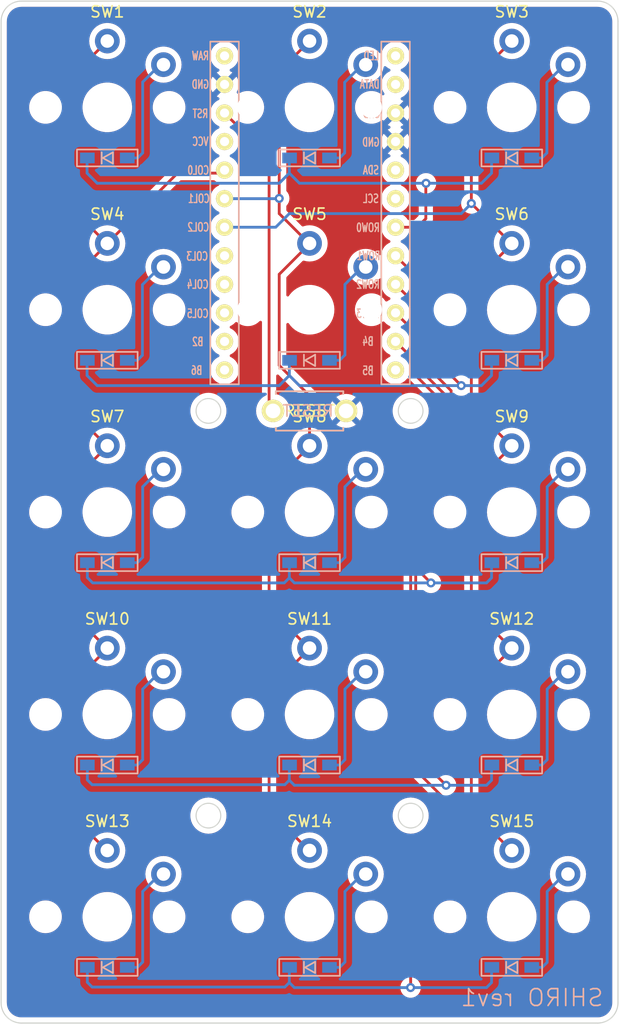
<source format=kicad_pcb>
(kicad_pcb (version 20211014) (generator pcbnew)
  (layers (0 "F.Cu" signal) (31 "B.Cu" signal) (34 "B.Paste" user) (35 "F.Paste" user) (36 "B.SilkS" user "B.Silkscreen") (37 "F.SilkS" user "F.Silkscreen") (38 "B.Mask" user) (39 "F.Mask" user) (44 "Edge.Cuts" user))
  (net 0 "")
  (net 1 "Net-(D1-Pad2)")
  (net 2 "row0")
  (net 3 "Net-(D2-Pad2)")
  (net 4 "Net-(D3-Pad2)")
  (net 5 "Net-(D4-Pad2)")
  (net 6 "Net-(D5-Pad2)")
  (net 7 "Net-(D6-Pad2)")
  (net 8 "row1")
  (net 9 "Net-(D7-Pad2)")
  (net 10 "Net-(D8-Pad2)")
  (net 11 "Net-(D9-Pad2)")
  (net 12 "Net-(D10-Pad2)")
  (net 13 "Net-(D11-Pad2)")
  (net 14 "Net-(D12-Pad2)")
  (net 15 "row2")
  (net 16 "Net-(D13-Pad2)")
  (net 17 "Net-(D14-Pad2)")
  (net 18 "Net-(D15-Pad2)")
  (net 19 "GND")
  (net 20 "col0")
  (net 21 "col1")
  (net 22 "col2")
  (net 23 "Reset")
  (net 24 "row3")
  (net 25 "row4")
  (footprint "kbd:D3_SMD_1side" (layer "F.Cu") (at 103.5 49.5)
    (fp_text reference "D1" hide)
    (fp_text value "D" hide)
    (pad "1" smd rect locked (at -1.775 0) (size 1.3 0.95) (layers "B.Cu" "B.Paste" "B.Mask") (net 2 "row0"))
    (pad "2" smd rect locked (at 1.775 0) (size 1.3 0.95) (layers "B.Cu" "B.Paste" "B.Mask") (net 1 "Net-(D1-Pad2)"))
  )
  (footprint "kbd:D3_SMD_1side" (layer "F.Cu") (at 121.5 49.5)
    (fp_text reference "D2" hide)
    (fp_text value "D" hide)
    (pad "1" smd rect locked (at -1.775 0) (size 1.3 0.95) (layers "B.Cu" "B.Paste" "B.Mask") (net 2 "row0"))
    (pad "2" smd rect locked (at 1.775 0) (size 1.3 0.95) (layers "B.Cu" "B.Paste" "B.Mask") (net 3 "Net-(D2-Pad2)"))
  )
  (footprint "kbd:D3_SMD_1side" (layer "F.Cu") (at 139.5 49.5)
    (fp_text reference "D3" hide)
    (fp_text value "D" hide)
    (pad "1" smd rect locked (at -1.775 0) (size 1.3 0.95) (layers "B.Cu" "B.Paste" "B.Mask") (net 2 "row0"))
    (pad "2" smd rect locked (at 1.775 0) (size 1.3 0.95) (layers "B.Cu" "B.Paste" "B.Mask") (net 4 "Net-(D3-Pad2)"))
  )
  (footprint "kbd:D3_SMD_1side" (layer "F.Cu") (at 103.5 103.5)
    (fp_text reference "D10" hide)
    (fp_text value "D" hide)
    (pad "1" smd rect locked (at -1.775 0) (size 1.3 0.95) (layers "B.Cu" "B.Paste" "B.Mask") (net 24 "row3"))
    (pad "2" smd rect locked (at 1.775 0) (size 1.3 0.95) (layers "B.Cu" "B.Paste" "B.Mask") (net 12 "Net-(D10-Pad2)"))
  )
  (footprint "kbd:D3_SMD_1side" (layer "F.Cu") (at 121.5 103.5)
    (fp_text reference "D11" hide)
    (fp_text value "D" hide)
    (pad "1" smd rect locked (at -1.775 0) (size 1.3 0.95) (layers "B.Cu" "B.Paste" "B.Mask") (net 24 "row3"))
    (pad "2" smd rect locked (at 1.775 0) (size 1.3 0.95) (layers "B.Cu" "B.Paste" "B.Mask") (net 13 "Net-(D11-Pad2)"))
  )
  (footprint "kbd:D3_SMD_1side" (layer "F.Cu") (at 103.5 67.5)
    (fp_text reference "D4" hide)
    (fp_text value "D" hide)
    (pad "1" smd rect locked (at -1.775 0) (size 1.3 0.95) (layers "B.Cu" "B.Paste" "B.Mask") (net 8 "row1"))
    (pad "2" smd rect locked (at 1.775 0) (size 1.3 0.95) (layers "B.Cu" "B.Paste" "B.Mask") (net 5 "Net-(D4-Pad2)"))
  )
  (footprint "kbd:D3_SMD_1side" (layer "F.Cu") (at 121.5 67.5)
    (fp_text reference "D5" hide)
    (fp_text value "D" hide)
    (pad "1" smd rect locked (at -1.775 0) (size 1.3 0.95) (layers "B.Cu" "B.Paste" "B.Mask") (net 8 "row1"))
    (pad "2" smd rect locked (at 1.775 0) (size 1.3 0.95) (layers "B.Cu" "B.Paste" "B.Mask") (net 6 "Net-(D5-Pad2)"))
  )
  (footprint "kbd:D3_SMD_1side" (layer "F.Cu") (at 139.5 67.5)
    (fp_text reference "D6" hide)
    (fp_text value "D" hide)
    (pad "1" smd rect locked (at -1.775 0) (size 1.3 0.95) (layers "B.Cu" "B.Paste" "B.Mask") (net 8 "row1"))
    (pad "2" smd rect locked (at 1.775 0) (size 1.3 0.95) (layers "B.Cu" "B.Paste" "B.Mask") (net 7 "Net-(D6-Pad2)"))
  )
  (footprint "kbd:D3_SMD_1side" (layer "F.Cu") (at 139.5 103.5)
    (fp_text reference "D12" hide)
    (fp_text value "D" hide)
    (pad "1" smd rect locked (at -1.775 0) (size 1.3 0.95) (layers "B.Cu" "B.Paste" "B.Mask") (net 24 "row3"))
    (pad "2" smd rect locked (at 1.775 0) (size 1.3 0.95) (layers "B.Cu" "B.Paste" "B.Mask") (net 14 "Net-(D12-Pad2)"))
  )
  (footprint "kbd:D3_SMD_1side" (layer "F.Cu") (at 103.5 121.5)
    (fp_text reference "D13" hide)
    (fp_text value "D" hide)
    (pad "1" smd rect locked (at -1.775 0) (size 1.3 0.95) (layers "B.Cu" "B.Paste" "B.Mask") (net 25 "row4"))
    (pad "2" smd rect locked (at 1.775 0) (size 1.3 0.95) (layers "B.Cu" "B.Paste" "B.Mask") (net 16 "Net-(D13-Pad2)"))
  )
  (footprint "kbd:D3_SMD_1side" (layer "F.Cu") (at 103.5 85.5)
    (fp_text reference "D7" hide)
    (fp_text value "D" hide)
    (pad "1" smd rect locked (at -1.775 0) (size 1.3 0.95) (layers "B.Cu" "B.Paste" "B.Mask") (net 15 "row2"))
    (pad "2" smd rect locked (at 1.775 0) (size 1.3 0.95) (layers "B.Cu" "B.Paste" "B.Mask") (net 9 "Net-(D7-Pad2)"))
  )
  (footprint "kbd:D3_SMD_1side" (layer "F.Cu") (at 121.5 85.5)
    (fp_text reference "D8" hide)
    (fp_text value "D" hide)
    (pad "1" smd rect locked (at -1.775 0) (size 1.3 0.95) (layers "B.Cu" "B.Paste" "B.Mask") (net 15 "row2"))
    (pad "2" smd rect locked (at 1.775 0) (size 1.3 0.95) (layers "B.Cu" "B.Paste" "B.Mask") (net 10 "Net-(D8-Pad2)"))
  )
  (footprint "kbd:D3_SMD_1side" (layer "F.Cu") (at 139.5 85.5)
    (fp_text reference "D9" hide)
    (fp_text value "D" hide)
    (pad "1" smd rect locked (at -1.775 0) (size 1.3 0.95) (layers "B.Cu" "B.Paste" "B.Mask") (net 15 "row2"))
    (pad "2" smd rect locked (at 1.775 0) (size 1.3 0.95) (layers "B.Cu" "B.Paste" "B.Mask") (net 11 "Net-(D9-Pad2)"))
  )
  (footprint "kbd:D3_SMD_1side" (layer "F.Cu") (at 121.5 121.5)
    (fp_text reference "D14" hide)
    (fp_text value "D" hide)
    (pad "1" smd rect locked (at -1.775 0) (size 1.3 0.95) (layers "B.Cu" "B.Paste" "B.Mask") (net 25 "row4"))
    (pad "2" smd rect locked (at 1.775 0) (size 1.3 0.95) (layers "B.Cu" "B.Paste" "B.Mask") (net 17 "Net-(D14-Pad2)"))
  )
  (footprint "kbd:D3_SMD_1side" (layer "F.Cu") (at 139.5 121.5)
    (fp_text reference "D15" hide)
    (fp_text value "D" hide)
    (pad "1" smd rect locked (at -1.775 0) (size 1.3 0.95) (layers "B.Cu" "B.Paste" "B.Mask") (net 25 "row4"))
    (pad "2" smd rect locked (at 1.775 0) (size 1.3 0.95) (layers "B.Cu" "B.Paste" "B.Mask") (net 18 "Net-(D15-Pad2)"))
  )
  (footprint "SMKJP:SW_kailh_pg1350_1u" (layer "F.Cu") (at 103.5 45)
    (fp_text reference "SW1" (at 0 -8.5) (layer "F.SilkS"))
    (fp_text value "SW_PUSH")
    (pad "" np_thru_hole circle locked (at 5.5 0) (size 1.9 1.9) (drill 1.9) (layers *.Cu *.Mask))
    (pad "" np_thru_hole circle locked (at -5.5 0) (size 1.9 1.9) (drill 1.9) (layers *.Cu *.Mask))
    (pad "" np_thru_hole circle locked (at 0 0) (size 3.4 3.4) (drill 3.4) (layers *.Cu *.Mask))
    (pad "1" thru_hole circle locked (at 0 -5.9) (size 2.2 2.2) (drill 1.2) (layers *.Cu *.Mask) (net 20 "col0"))
    (pad "2" thru_hole circle locked (at 5 -3.8) (size 2.2 2.2) (drill 1.2) (layers *.Cu *.Mask) (net 1 "Net-(D1-Pad2)"))
  )
  (footprint "SMKJP:SW_kailh_pg1350_1u" (layer "F.Cu") (at 121.5 45)
    (fp_text reference "SW2" (at 0 -8.5) (layer "F.SilkS"))
    (fp_text value "SW_PUSH")
    (pad "" np_thru_hole circle locked (at 5.5 0) (size 1.9 1.9) (drill 1.9) (layers *.Cu *.Mask))
    (pad "" np_thru_hole circle locked (at -5.5 0) (size 1.9 1.9) (drill 1.9) (layers *.Cu *.Mask))
    (pad "" np_thru_hole circle locked (at 0 0) (size 3.4 3.4) (drill 3.4) (layers *.Cu *.Mask))
    (pad "1" thru_hole circle locked (at 0 -5.9) (size 2.2 2.2) (drill 1.2) (layers *.Cu *.Mask) (net 21 "col1"))
    (pad "2" thru_hole circle locked (at 5 -3.8) (size 2.2 2.2) (drill 1.2) (layers *.Cu *.Mask) (net 3 "Net-(D2-Pad2)"))
  )
  (footprint "SMKJP:SW_kailh_pg1350_1u" (layer "F.Cu") (at 139.5 45)
    (fp_text reference "SW3" (at 0 -8.5) (layer "F.SilkS"))
    (fp_text value "SW_PUSH")
    (pad "" np_thru_hole circle locked (at 5.5 0) (size 1.9 1.9) (drill 1.9) (layers *.Cu *.Mask))
    (pad "" np_thru_hole circle locked (at 0 0) (size 3.4 3.4) (drill 3.4) (layers *.Cu *.Mask))
    (pad "" np_thru_hole circle locked (at -5.5 0) (size 1.9 1.9) (drill 1.9) (layers *.Cu *.Mask))
    (pad "1" thru_hole circle locked (at 0 -5.9) (size 2.2 2.2) (drill 1.2) (layers *.Cu *.Mask) (net 22 "col2"))
    (pad "2" thru_hole circle locked (at 5 -3.8) (size 2.2 2.2) (drill 1.2) (layers *.Cu *.Mask) (net 4 "Net-(D3-Pad2)"))
  )
  (footprint "SMKJP:SW_kailh_pg1350_1u" (layer "F.Cu") (at 103.5 99)
    (fp_text reference "SW10" (at 0 -8.5) (layer "F.SilkS"))
    (fp_text value "SW_PUSH")
    (pad "" np_thru_hole circle locked (at 5.5 0) (size 1.9 1.9) (drill 1.9) (layers *.Cu *.Mask))
    (pad "" np_thru_hole circle locked (at -5.5 0) (size 1.9 1.9) (drill 1.9) (layers *.Cu *.Mask))
    (pad "" np_thru_hole circle locked (at 0 0) (size 3.4 3.4) (drill 3.4) (layers *.Cu *.Mask))
    (pad "1" thru_hole circle locked (at 0 -5.9) (size 2.2 2.2) (drill 1.2) (layers *.Cu *.Mask) (net 20 "col0"))
    (pad "2" thru_hole circle locked (at 5 -3.8) (size 2.2 2.2) (drill 1.2) (layers *.Cu *.Mask) (net 12 "Net-(D10-Pad2)"))
  )
  (footprint "SMKJP:SW_kailh_pg1350_1u" (layer "F.Cu") (at 121.5 99)
    (fp_text reference "SW11" (at 0 -8.5) (layer "F.SilkS"))
    (fp_text value "SW_PUSH")
    (pad "" np_thru_hole circle locked (at 0 0) (size 3.4 3.4) (drill 3.4) (layers *.Cu *.Mask))
    (pad "" np_thru_hole circle locked (at -5.5 0) (size 1.9 1.9) (drill 1.9) (layers *.Cu *.Mask))
    (pad "" np_thru_hole circle locked (at 5.5 0) (size 1.9 1.9) (drill 1.9) (layers *.Cu *.Mask))
    (pad "1" thru_hole circle locked (at 0 -5.9) (size 2.2 2.2) (drill 1.2) (layers *.Cu *.Mask) (net 21 "col1"))
    (pad "2" thru_hole circle locked (at 5 -3.8) (size 2.2 2.2) (drill 1.2) (layers *.Cu *.Mask) (net 13 "Net-(D11-Pad2)"))
  )
  (footprint "SMKJP:SW_kailh_pg1350_1u" (layer "F.Cu") (at 103.5 63)
    (fp_text reference "SW4" (at 0 -8.5) (layer "F.SilkS"))
    (fp_text value "SW_PUSH")
    (pad "" np_thru_hole circle locked (at -5.5 0) (size 1.9 1.9) (drill 1.9) (layers *.Cu *.Mask))
    (pad "" np_thru_hole circle locked (at 0 0) (size 3.4 3.4) (drill 3.4) (layers *.Cu *.Mask))
    (pad "" np_thru_hole circle locked (at 5.5 0) (size 1.9 1.9) (drill 1.9) (layers *.Cu *.Mask))
    (pad "1" thru_hole circle locked (at 0 -5.9) (size 2.2 2.2) (drill 1.2) (layers *.Cu *.Mask) (net 20 "col0"))
    (pad "2" thru_hole circle locked (at 5 -3.8) (size 2.2 2.2) (drill 1.2) (layers *.Cu *.Mask) (net 5 "Net-(D4-Pad2)"))
  )
  (footprint "SMKJP:SW_kailh_pg1350_1u" (layer "F.Cu") (at 121.5 63)
    (fp_text reference "SW5" (at 0 -8.5) (layer "F.SilkS"))
    (fp_text value "SW_PUSH")
    (pad "" np_thru_hole circle locked (at 0 0) (size 3.4 3.4) (drill 3.4) (layers *.Cu *.Mask))
    (pad "" np_thru_hole circle locked (at 5.5 0) (size 1.9 1.9) (drill 1.9) (layers *.Cu *.Mask))
    (pad "" np_thru_hole circle locked (at -5.5 0) (size 1.9 1.9) (drill 1.9) (layers *.Cu *.Mask))
    (pad "1" thru_hole circle locked (at 0 -5.9) (size 2.2 2.2) (drill 1.2) (layers *.Cu *.Mask) (net 21 "col1"))
    (pad "2" thru_hole circle locked (at 5 -3.8) (size 2.2 2.2) (drill 1.2) (layers *.Cu *.Mask) (net 6 "Net-(D5-Pad2)"))
  )
  (footprint "SMKJP:SW_kailh_pg1350_1u" (layer "F.Cu") (at 139.5 63)
    (fp_text reference "SW6" (at 0 -8.5) (layer "F.SilkS"))
    (fp_text value "SW_PUSH")
    (pad "" np_thru_hole circle locked (at -5.5 0) (size 1.9 1.9) (drill 1.9) (layers *.Cu *.Mask))
    (pad "" np_thru_hole circle locked (at 5.5 0) (size 1.9 1.9) (drill 1.9) (layers *.Cu *.Mask))
    (pad "" np_thru_hole circle locked (at 0 0) (size 3.4 3.4) (drill 3.4) (layers *.Cu *.Mask))
    (pad "1" thru_hole circle locked (at 0 -5.9) (size 2.2 2.2) (drill 1.2) (layers *.Cu *.Mask) (net 22 "col2"))
    (pad "2" thru_hole circle locked (at 5 -3.8) (size 2.2 2.2) (drill 1.2) (layers *.Cu *.Mask) (net 7 "Net-(D6-Pad2)"))
  )
  (footprint "SMKJP:SW_kailh_pg1350_1u" (layer "F.Cu") (at 139.5 99)
    (fp_text reference "SW12" (at 0 -8.5) (layer "F.SilkS"))
    (fp_text value "SW_PUSH")
    (pad "" np_thru_hole circle locked (at -5.5 0) (size 1.9 1.9) (drill 1.9) (layers *.Cu *.Mask))
    (pad "" np_thru_hole circle locked (at 5.5 0) (size 1.9 1.9) (drill 1.9) (layers *.Cu *.Mask))
    (pad "" np_thru_hole circle locked (at 0 0) (size 3.4 3.4) (drill 3.4) (layers *.Cu *.Mask))
    (pad "1" thru_hole circle locked (at 0 -5.9) (size 2.2 2.2) (drill 1.2) (layers *.Cu *.Mask) (net 22 "col2"))
    (pad "2" thru_hole circle locked (at 5 -3.8) (size 2.2 2.2) (drill 1.2) (layers *.Cu *.Mask) (net 14 "Net-(D12-Pad2)"))
  )
  (footprint "SMKJP:SW_kailh_pg1350_1u" (layer "F.Cu") (at 103.5 117)
    (fp_text reference "SW13" (at 0 -8.5) (layer "F.SilkS"))
    (fp_text value "SW_PUSH")
    (pad "" np_thru_hole circle locked (at 5.5 0) (size 1.9 1.9) (drill 1.9) (layers *.Cu *.Mask))
    (pad "" np_thru_hole circle locked (at -5.5 0) (size 1.9 1.9) (drill 1.9) (layers *.Cu *.Mask))
    (pad "" np_thru_hole circle locked (at 0 0) (size 3.4 3.4) (drill 3.4) (layers *.Cu *.Mask))
    (pad "1" thru_hole circle locked (at 0 -5.9) (size 2.2 2.2) (drill 1.2) (layers *.Cu *.Mask) (net 20 "col0"))
    (pad "2" thru_hole circle locked (at 5 -3.8) (size 2.2 2.2) (drill 1.2) (layers *.Cu *.Mask) (net 16 "Net-(D13-Pad2)"))
  )
  (footprint "SMKJP:SW_kailh_pg1350_1u" (layer "F.Cu") (at 103.5 81)
    (fp_text reference "SW7" (at 0 -8.5) (layer "F.SilkS"))
    (fp_text value "SW_PUSH")
    (pad "" np_thru_hole circle locked (at 5.5 0) (size 1.9 1.9) (drill 1.9) (layers *.Cu *.Mask))
    (pad "" np_thru_hole circle locked (at -5.5 0) (size 1.9 1.9) (drill 1.9) (layers *.Cu *.Mask))
    (pad "" np_thru_hole circle locked (at 0 0) (size 3.4 3.4) (drill 3.4) (layers *.Cu *.Mask))
    (pad "1" thru_hole circle locked (at 0 -5.9) (size 2.2 2.2) (drill 1.2) (layers *.Cu *.Mask) (net 20 "col0"))
    (pad "2" thru_hole circle locked (at 5 -3.8) (size 2.2 2.2) (drill 1.2) (layers *.Cu *.Mask) (net 9 "Net-(D7-Pad2)"))
  )
  (footprint "SMKJP:SW_kailh_pg1350_1u" (layer "F.Cu") (at 121.5 81)
    (fp_text reference "SW8" (at 0 -8.5) (layer "F.SilkS"))
    (fp_text value "SW_PUSH")
    (pad "" np_thru_hole circle locked (at -5.5 0) (size 1.9 1.9) (drill 1.9) (layers *.Cu *.Mask))
    (pad "" np_thru_hole circle locked (at 5.5 0) (size 1.9 1.9) (drill 1.9) (layers *.Cu *.Mask))
    (pad "" np_thru_hole circle locked (at 0 0) (size 3.4 3.4) (drill 3.4) (layers *.Cu *.Mask))
    (pad "1" thru_hole circle locked (at 0 -5.9) (size 2.2 2.2) (drill 1.2) (layers *.Cu *.Mask) (net 21 "col1"))
    (pad "2" thru_hole circle locked (at 5 -3.8) (size 2.2 2.2) (drill 1.2) (layers *.Cu *.Mask) (net 10 "Net-(D8-Pad2)"))
  )
  (footprint "SMKJP:SW_kailh_pg1350_1u" (layer "F.Cu") (at 139.5 81)
    (fp_text reference "SW9" (at 0 -8.5) (layer "F.SilkS"))
    (fp_text value "SW_PUSH")
    (pad "" np_thru_hole circle locked (at -5.5 0) (size 1.9 1.9) (drill 1.9) (layers *.Cu *.Mask))
    (pad "" np_thru_hole circle locked (at 5.5 0) (size 1.9 1.9) (drill 1.9) (layers *.Cu *.Mask))
    (pad "" np_thru_hole circle locked (at 0 0) (size 3.4 3.4) (drill 3.4) (layers *.Cu *.Mask))
    (pad "1" thru_hole circle locked (at 0 -5.9) (size 2.2 2.2) (drill 1.2) (layers *.Cu *.Mask) (net 22 "col2"))
    (pad "2" thru_hole circle locked (at 5 -3.8) (size 2.2 2.2) (drill 1.2) (layers *.Cu *.Mask) (net 11 "Net-(D9-Pad2)"))
  )
  (footprint "SMKJP:SW_kailh_pg1350_1u" (layer "F.Cu") (at 121.5 117)
    (fp_text reference "SW14" (at 0 -8.5) (layer "F.SilkS"))
    (fp_text value "SW_PUSH")
    (pad "" np_thru_hole circle locked (at -5.5 0) (size 1.9 1.9) (drill 1.9) (layers *.Cu *.Mask))
    (pad "" np_thru_hole circle locked (at 0 0) (size 3.4 3.4) (drill 3.4) (layers *.Cu *.Mask))
    (pad "" np_thru_hole circle locked (at 5.5 0) (size 1.9 1.9) (drill 1.9) (layers *.Cu *.Mask))
    (pad "1" thru_hole circle locked (at 0 -5.9) (size 2.2 2.2) (drill 1.2) (layers *.Cu *.Mask) (net 21 "col1"))
    (pad "2" thru_hole circle locked (at 5 -3.8) (size 2.2 2.2) (drill 1.2) (layers *.Cu *.Mask) (net 17 "Net-(D14-Pad2)"))
  )
  (footprint "SMKJP:SW_kailh_pg1350_1u" (layer "F.Cu") (at 139.5 117)
    (fp_text reference "SW15" (at 0 -8.5) (layer "F.SilkS"))
    (fp_text value "SW_PUSH")
    (pad "" np_thru_hole circle locked (at 5.5 0) (size 1.9 1.9) (drill 1.9) (layers *.Cu *.Mask))
    (pad "" np_thru_hole circle locked (at -5.5 0) (size 1.9 1.9) (drill 1.9) (layers *.Cu *.Mask))
    (pad "" np_thru_hole circle locked (at 0 0) (size 3.4 3.4) (drill 3.4) (layers *.Cu *.Mask))
    (pad "1" thru_hole circle locked (at 0 -5.9) (size 2.2 2.2) (drill 1.2) (layers *.Cu *.Mask) (net 22 "col2"))
    (pad "2" thru_hole circle locked (at 5 -3.8) (size 2.2 2.2) (drill 1.2) (layers *.Cu *.Mask) (net 18 "Net-(D15-Pad2)"))
  )
  (footprint "kbd:ResetSW" (layer "F.Cu") (at 121.5 72 180)
    (fp_text reference "SW_RST1" hide)
    (fp_text value "SW_PUSH")
    (fp_text user "RESET" (at 0.127 0 180) (layer "B.SilkS") (effects (justify mirror)))
    (fp_text user "RESET" (at 0 0 180) (layer "F.SilkS"))
    (pad "1" thru_hole circle locked (at 3.25 0 180) (size 2 2) (drill 1.3) (layers *.Cu *.Mask "F.SilkS") (net 23 "Reset"))
    (pad "2" thru_hole circle locked (at -3.25 0 180) (size 2 2) (drill 1.3) (layers *.Cu *.Mask "F.SilkS") (net 19 "GND"))
  )
  (footprint "kbd:ProMicro_v2_1side_Rev" (layer "F.Cu") (at 121.5 54.9)
    (fp_text reference "U1" hide)
    (fp_text value "ProMicro" hide)
    (fp_text user "B5" (at 5.2 13.5255) (layer "B.SilkS") (effects (font (size 0.75 0.5) (thickness 0.125)) (justify mirror)))
    (fp_text user "ROW1" (at 5.25 3.302) (layer "B.SilkS") (effects (font (size 0.75 0.5) (thickness 0.125)) (justify mirror)))
    (fp_text user "ROW2" (at 5.2 5.85) (layer "B.SilkS") (effects (font (size 0.75 0.5) (thickness 0.125)) (justify mirror)))
    (fp_text user "ROW0" (at 5.2 0.8) (layer "B.SilkS") (effects (font (size 0.75 0.5) (thickness 0.125)) (justify mirror)))
    (fp_text user "DATA" (at 5.35 -11.95) (layer "B.SilkS") (effects (font (size 0.75 0.5) (thickness 0.125)) (justify mirror)))
    (fp_text user "COL3" (at -10 3.35) (layer "B.SilkS") (effects (font (size 0.75 0.5) (thickness 0.125)) (justify mirror)))
    (fp_text user "RST" (at -9.7155 -9.3345) (layer "B.SilkS") (effects (font (size 0.75 0.5) (thickness 0.125)) (justify mirror)))
    (fp_text user "" (at -1.2065 -16.256) (layer "B.SilkS") (effects (justify mirror)))
    (fp_text user "GND" (at 5.461 -6.7945) (layer "B.SilkS") (effects (font (size 0.75 0.5) (thickness 0.125)) (justify mirror)))
    (fp_text user "SCL" (at 5.461 -1.778) (layer "B.SilkS") (effects (font (size 0.75 0.5) (thickness 0.125)) (justify mirror)))
    (fp_text user "B6" (at -10.05 13.5) (layer "B.SilkS") (effects (font (size 0.75 0.5) (thickness 0.125)) (justify mirror)))
    (fp_text user "COL1" (at -9.85 -1.778) (layer "B.SilkS") (effects (font (size 0.75 0.5) (thickness 0.125)) (justify mirror)))
    (fp_text user "COL2" (at -9.9 0.762) (layer "B.SilkS") (effects (font (size 0.75 0.5) (thickness 0.125)) (justify mirror)))
    (fp_text user "RAW" (at -9.7155 -14.478) (layer "B.SilkS") (effects (font (size 0.75 0.5) (thickness 0.125)) (justify mirror)))
    (fp_text user "COL5" (at -9.95 8.4455) (layer "B.SilkS") (effects (font (size 0.75 0.5) (thickness 0.125)) (justify mirror)))
    (fp_text user "GND" (at 5.5245 -9.3345) (layer "B.SilkS") (effects (font (size 0.75 0.5) (thickness 0.125)) (justify mirror)))
    (fp_text user "ROW3" (at 5.2 8.4455) (layer "B.SilkS") (effects (font (size 0.75 0.5) (thickness 0.125)) (justify mirror)))
    (fp_text user "B2" (at -9.95 10.95) (layer "B.SilkS") (effects (font (size 0.75 0.5) (thickness 0.125)) (justify mirror)))
    (fp_text user "LED" (at 5.5 -14.478) (layer "B.SilkS") (effects (font (size 0.75 0.5) (thickness 0.125)) (justify mirror)))
    (fp_text user "COL0" (at -9.9 -4.3) (layer "B.SilkS") (effects (font (size 0.75 0.5) (thickness 0.125)) (justify mirror)))
    (fp_text user "GND" (at -9.7155 -11.938) (layer "B.SilkS") (effects (font (size 0.75 0.5) (thickness 0.125)) (justify mirror)))
    (fp_text user "SDA" (at 5.461 -4.318) (layer "B.SilkS") (effects (font (size 0.75 0.5) (thickness 0.125)) (justify mirror)))
    (fp_text user "VCC" (at -9.7155 -6.858) (layer "B.SilkS") (effects (font (size 0.75 0.5) (thickness 0.125)) (justify mirror)))
    (fp_text user "B4" (at 5.2 10.922) (layer "B.SilkS") (effects (font (size 0.75 0.5) (thickness 0.125)) (justify mirror)))
    (fp_text user "COL4" (at -9.95 5.85) (layer "B.SilkS") (effects (font (size 0.75 0.5) (thickness 0.125)) (justify mirror)))
    (fp_text user "" (at -0.5 -17.25) (layer "F.SilkS"))
    (pad "1" thru_hole circle locked (at 7.6564 -14.478) (size 1.524 1.524) (drill 0.8128) (layers *.Cu *.Mask "F.SilkS"))
    (pad "2" thru_hole circle locked (at 7.6564 -11.938) (size 1.524 1.524) (drill 0.8128) (layers *.Cu *.Mask "F.SilkS"))
    (pad "3" thru_hole circle locked (at 7.6564 -9.398) (size 1.524 1.524) (drill 0.8128) (layers *.Cu *.Mask "F.SilkS") (net 19 "GND"))
    (pad "4" thru_hole circle locked (at 7.6564 -6.858) (size 1.524 1.524) (drill 0.8128) (layers *.Cu *.Mask "F.SilkS") (net 19 "GND"))
    (pad "5" thru_hole circle locked (at 7.6564 -4.318) (size 1.524 1.524) (drill 0.8128) (layers *.Cu *.Mask "F.SilkS"))
    (pad "6" thru_hole circle locked (at 7.6564 -1.778) (size 1.524 1.524) (drill 0.8128) (layers *.Cu *.Mask "F.SilkS"))
    (pad "7" thru_hole circle locked (at 7.6564 0.762) (size 1.524 1.524) (drill 0.8128) (layers *.Cu *.Mask "F.SilkS") (net 2 "row0"))
    (pad "8" thru_hole circle locked (at 7.6564 3.302) (size 1.524 1.524) (drill 0.8128) (layers *.Cu *.Mask "F.SilkS") (net 8 "row1"))
    (pad "9" thru_hole circle locked (at 7.6564 5.842) (size 1.524 1.524) (drill 0.8128) (layers *.Cu *.Mask "F.SilkS") (net 15 "row2"))
    (pad "10" thru_hole circle locked (at 7.6564 8.382) (size 1.524 1.524) (drill 0.8128) (layers *.Cu *.Mask "F.SilkS") (net 24 "row3"))
    (pad "11" thru_hole circle locked (at 7.6564 10.922) (size 1.524 1.524) (drill 0.8128) (layers *.Cu *.Mask "F.SilkS") (net 25 "row4"))
    (pad "12" thru_hole circle locked (at 7.6564 13.462) (size 1.524 1.524) (drill 0.8128) (layers *.Cu *.Mask "F.SilkS"))
    (pad "13" thru_hole circle locked (at -7.5636 13.462) (size 1.524 1.524) (drill 0.8128) (layers *.Cu *.Mask "F.SilkS"))
    (pad "14" thru_hole circle locked (at -7.5636 10.922) (size 1.524 1.524) (drill 0.8128) (layers *.Cu *.Mask "F.SilkS"))
    (pad "15" thru_hole circle locked (at -7.5636 8.382) (size 1.524 1.524) (drill 0.8128) (layers *.Cu *.Mask "F.SilkS"))
    (pad "16" thru_hole circle locked (at -7.5636 5.842) (size 1.524 1.524) (drill 0.8128) (layers *.Cu *.Mask "F.SilkS"))
    (pad "17" thru_hole circle locked (at -7.5636 3.302) (size 1.524 1.524) (drill 0.8128) (layers *.Cu *.Mask "F.SilkS"))
    (pad "18" thru_hole circle locked (at -7.5636 0.762) (size 1.524 1.524) (drill 0.8128) (layers *.Cu *.Mask "F.SilkS") (net 22 "col2"))
    (pad "19" thru_hole circle locked (at -7.5636 -1.778) (size 1.524 1.524) (drill 0.8128) (layers *.Cu *.Mask "F.SilkS") (net 21 "col1"))
    (pad "20" thru_hole circle locked (at -7.5636 -4.318) (size 1.524 1.524) (drill 0.8128) (layers *.Cu *.Mask "F.SilkS") (net 20 "col0"))
    (pad "21" thru_hole circle locked (at -7.5636 -6.858) (size 1.524 1.524) (drill 0.8128) (layers *.Cu *.Mask "F.SilkS"))
    (pad "22" thru_hole circle locked (at -7.5636 -9.398) (size 1.524 1.524) (drill 0.8128) (layers *.Cu *.Mask "F.SilkS") (net 23 "Reset"))
    (pad "23" thru_hole circle locked (at -7.5636 -11.938) (size 1.524 1.524) (drill 0.8128) (layers *.Cu *.Mask "F.SilkS") (net 19 "GND"))
    (pad "24" thru_hole circle locked (at -7.5636 -14.478) (size 1.524 1.524) (drill 0.8128) (layers *.Cu *.Mask "F.SilkS"))
  )
  (gr_arc (start 95.85 126.45) (mid 94.577208 125.922792) (end 94.05 124.65) (layer "Edge.Cuts") (width 0.1))
  (gr_arc (start 147.15 35.55) (mid 148.422792 36.077208) (end 148.95 37.35) (layer "Edge.Cuts") (width 0.1))
  (gr_arc (start 94.05 37.35) (mid 94.577208 36.077208) (end 95.85 35.55) (layer "Edge.Cuts") (width 0.1))
  (gr_circle (center 130.5 108) (end 131.6 108) (layer "Edge.Cuts") (width 0.1) (fill none))
  (gr_arc (start 148.95 124.65) (mid 148.422792 125.922792) (end 147.15 126.45) (layer "Edge.Cuts") (width 0.1))
  (gr_circle (center 112.5 72) (end 113.6 72) (layer "Edge.Cuts") (width 0.1) (fill none))
  (gr_line (start 94.05 124.65) (end 94.05 37.35) (layer "Edge.Cuts") (width 0.1))
  (gr_line (start 95.85 35.55) (end 147.15 35.55) (layer "Edge.Cuts") (width 0.1))
  (gr_line (start 148.95 37.35) (end 148.95 124.65) (layer "Edge.Cuts") (width 0.1))
  (gr_circle (center 130.5 72) (end 131.6 72) (layer "Edge.Cuts") (width 0.1) (fill none))
  (gr_line (start 147.15 126.45) (end 95.85 126.45) (layer "Edge.Cuts") (width 0.1))
  (gr_circle (center 112.5 108) (end 113.6 108) (layer "Edge.Cuts") (width 0.1) (fill none))
  (gr_text "SHIRO rev1" (at 141.3 124.2) (layer "B.SilkS") (effects (font (size 1.5 1.5)) (justify mirror)))
  (segment (start 105.275 49.5) (end 105.45 49.5) (width 0.25) (layer "B.Cu") (net 1))
  (segment (start 106.2 49.5) (end 106.65 49.05) (width 0.25) (layer "B.Cu") (net 1))
  (segment (start 106.65 49.05) (end 106.65 42.75) (width 0.25) (layer "B.Cu") (net 1))
  (segment (start 106.65 42.75) (end 108.45 40.95) (width 0.25) (layer "B.Cu") (net 1))
  (segment (start 105.45 49.5) (end 106.2 49.5) (width 0.25) (layer "B.Cu") (net 1))
  (segment (start 131.088 55.662) (end 129.1564 55.662) (width 0.25) (layer "F.Cu") (net 2))
  (segment (start 131.85 51.770255) (end 131.85 54.9) (width 0.25) (layer "F.Cu") (net 2))
  (segment (start 131.867918 51.752337) (end 131.85 51.770255) (width 0.25) (layer "F.Cu") (net 2))
  (segment (start 131.85 54.9) (end 131.088 55.662) (width 0.25) (layer "F.Cu") (net 2))
  (via (at 131.867918 51.752337) (size 0.8) (drill 0.4) (layers "F.Cu" "B.Cu") (net 2))
  (segment (start 112.5 51.75) (end 102.6 51.75) (width 0.25) (layer "B.Cu") (net 2))
  (segment (start 119.7 50.85) (end 119.7 49.5) (width 0.25) (layer "B.Cu") (net 2))
  (segment (start 119.7 50.85) (end 120.6 51.75) (width 0.25) (layer "B.Cu") (net 2))
  (segment (start 137.7 50.85) (end 137.7 49.5) (width 0.25) (layer "B.Cu") (net 2))
  (segment (start 136.8 51.75) (end 137.7 50.85) (width 0.25) (layer "B.Cu") (net 2))
  (segment (start 112.5 51.75) (end 118.8 51.75) (width 0.25) (layer "B.Cu") (net 2))
  (segment (start 120.6 51.75) (end 130.95 51.75) (width 0.25) (layer "B.Cu") (net 2))
  (segment (start 130.95 51.75) (end 136.8 51.75) (width 0.25) (layer "B.Cu") (net 2))
  (segment (start 101.7 50.85) (end 101.7 49.5) (width 0.25) (layer "B.Cu") (net 2))
  (segment (start 118.8 51.75) (end 119.7 50.85) (width 0.25) (layer "B.Cu") (net 2))
  (segment (start 102.6 51.75) (end 101.7 50.85) (width 0.25) (layer "B.Cu") (net 2))
  (segment (start 124.175 49.5) (end 124.625 49.05) (width 0.25) (layer "B.Cu") (net 3))
  (segment (start 123.275 49.5) (end 124.175 49.5) (width 0.25) (layer "B.Cu") (net 3))
  (segment (start 124.625 42.775) (end 126 41.4) (width 0.25) (layer "B.Cu") (net 3))
  (segment (start 124.625 49.05) (end 124.625 42.775) (width 0.25) (layer "B.Cu") (net 3))
  (segment (start 141.275 49.5) (end 142.175 49.5) (width 0.25) (layer "B.Cu") (net 4))
  (segment (start 142.175 49.5) (end 142.625 49.05) (width 0.25) (layer "B.Cu") (net 4))
  (segment (start 142.625 49.05) (end 142.625 42.775) (width 0.25) (layer "B.Cu") (net 4))
  (segment (start 142.625 42.775) (end 144 41.4) (width 0.25) (layer "B.Cu") (net 4))
  (segment (start 144 41.4) (end 144.45 41.4) (width 0.25) (layer "B.Cu") (net 4))
  (segment (start 105.275 67.5) (end 106.175 67.5) (width 0.25) (layer "B.Cu") (net 5))
  (segment (start 106.625 60.775) (end 108 59.4) (width 0.25) (layer "B.Cu") (net 5))
  (segment (start 106.175 67.5) (end 106.625 67.05) (width 0.25) (layer "B.Cu") (net 5))
  (segment (start 108 59.4) (end 108.45 59.4) (width 0.25) (layer "B.Cu") (net 5))
  (segment (start 106.625 67.05) (end 106.625 60.775) (width 0.25) (layer "B.Cu") (net 5))
  (segment (start 123.275 67.5) (end 124.175 67.5) (width 0.25) (layer "B.Cu") (net 6))
  (segment (start 124.65 60.75) (end 126.45 58.95) (width 0.25) (layer "B.Cu") (net 6))
  (segment (start 124.175 67.5) (end 124.65 67.025) (width 0.25) (layer "B.Cu") (net 6))
  (segment (start 124.65 67.025) (end 124.65 60.75) (width 0.25) (layer "B.Cu") (net 6))
  (segment (start 142.2 67.5) (end 142.65 67.05) (width 0.25) (layer "B.Cu") (net 7))
  (segment (start 141.45 67.5) (end 142.2 67.5) (width 0.25) (layer "B.Cu") (net 7))
  (segment (start 142.65 60.75) (end 144.45 58.95) (width 0.25) (layer "B.Cu") (net 7))
  (segment (start 142.65 67.05) (end 142.65 60.75) (width 0.25) (layer "B.Cu") (net 7))
  (segment (start 141.275 67.5) (end 141.45 67.5) (width 0.25) (layer "B.Cu") (net 7))
  (segment (start 131.850018 60.895618) (end 129.1564 58.202) (width 0.25) (layer "F.Cu") (net 8))
  (segment (start 134.100019 65.700019) (end 132.3 63.9) (width 0.25) (layer "F.Cu") (net 8))
  (segment (start 132.3 63.9) (end 132.3 61.3456) (width 0.25) (layer "F.Cu") (net 8))
  (segment (start 135 69.75) (end 134.100019 68.850019) (width 0.25) (layer "F.Cu") (net 8))
  (segment (start 134.100019 68.850019) (end 134.100019 65.700019) (width 0.25) (layer "F.Cu") (net 8))
  (segment (start 132.3 61.3456) (end 131.850018 60.895618) (width 0.25) (layer "F.Cu") (net 8))
  (via (at 135 69.75) (size 0.8) (drill 0.4) (layers "F.Cu" "B.Cu") (net 8))
  (segment (start 112.5 69.75) (end 102.6 69.75) (width 0.25) (layer "B.Cu") (net 8))
  (segment (start 102.6 69.75) (end 101.7 68.85) (width 0.25) (layer "B.Cu") (net 8))
  (segment (start 101.7 68.85) (end 101.7 67.5) (width 0.25) (layer "B.Cu") (net 8))
  (segment (start 119.7 68.85) (end 118.8 69.75) (width 0.25) (layer "B.Cu") (net 8))
  (segment (start 120.15 69.3) (end 120.6 69.75) (width 0.25) (layer "B.Cu") (net 8))
  (segment (start 137.7 68.85) (end 137.7 67.5) (width 0.25) (layer "B.Cu") (net 8))
  (segment (start 119.7 68.85) (end 120.15 69.3) (width 0.25) (layer "B.Cu") (net 8))
  (segment (start 136.8 69.75) (end 137.7 68.85) (width 0.25) (layer "B.Cu") (net 8))
  (segment (start 119.7 68.85) (end 119.7 67.5) (width 0.25) (layer "B.Cu") (net 8))
  (segment (start 118.8 69.75) (end 112.5 69.75) (width 0.25) (layer "B.Cu") (net 8))
  (segment (start 120.6 69.75) (end 132.3 69.75) (width 0.25) (layer "B.Cu") (net 8))
  (segment (start 132.3 69.75) (end 136.8 69.75) (width 0.25) (layer "B.Cu") (net 8))
  (segment (start 105.275 85.5) (end 106.175 85.5) (width 0.25) (layer "B.Cu") (net 9))
  (segment (start 106.65 78.75) (end 108 77.4) (width 0.25) (layer "B.Cu") (net 9))
  (segment (start 106.65 85.025) (end 106.65 78.75) (width 0.25) (layer "B.Cu") (net 9))
  (segment (start 106.175 85.5) (end 106.65 85.025) (width 0.25) (layer "B.Cu") (net 9))
  (segment (start 124.65 78.75) (end 126.45 76.95) (width 0.25) (layer "B.Cu") (net 10))
  (segment (start 123.275 85.5) (end 124.175 85.5) (width 0.25) (layer "B.Cu") (net 10))
  (segment (start 124.65 85.025) (end 124.65 78.75) (width 0.25) (layer "B.Cu") (net 10))
  (segment (start 124.175 85.5) (end 124.65 85.025) (width 0.25) (layer "B.Cu") (net 10))
  (segment (start 141.275 85.5) (end 142.175 85.5) (width 0.25) (layer "B.Cu") (net 11))
  (segment (start 142.65 78.75) (end 144.45 76.95) (width 0.25) (layer "B.Cu") (net 11))
  (segment (start 142.65 85.025) (end 142.65 78.75) (width 0.25) (layer "B.Cu") (net 11))
  (segment (start 142.175 85.5) (end 142.65 85.025) (width 0.25) (layer "B.Cu") (net 11))
  (segment (start 106.65 97.2) (end 106.65 96.75) (width 0.25) (layer "B.Cu") (net 12))
  (segment (start 106.65 96.75) (end 108.45 94.95) (width 0.25) (layer "B.Cu") (net 12))
  (segment (start 105.275 103.5) (end 106.175 103.5) (width 0.25) (layer "B.Cu") (net 12))
  (segment (start 106.65 103.025) (end 106.65 97.2) (width 0.25) (layer "B.Cu") (net 12))
  (segment (start 106.175 103.5) (end 106.65 103.025) (width 0.25) (layer "B.Cu") (net 12))
  (segment (start 123.275 103.5) (end 124.175 103.5) (width 0.25) (layer "B.Cu") (net 13))
  (segment (start 124.65 103.025) (end 124.65 97.2) (width 0.25) (layer "B.Cu") (net 13))
  (segment (start 124.65 97.2) (end 124.65 96.75) (width 0.25) (layer "B.Cu") (net 13))
  (segment (start 124.175 103.5) (end 124.65 103.025) (width 0.25) (layer "B.Cu") (net 13))
  (segment (start 124.65 96.75) (end 126 95.4) (width 0.25) (layer "B.Cu") (net 13))
  (segment (start 142.175 103.5) (end 142.65 103.025) (width 0.25) (layer "B.Cu") (net 14))
  (segment (start 142.65 96.75) (end 144.45 94.95) (width 0.25) (layer "B.Cu") (net 14))
  (segment (start 142.65 103.025) (end 142.65 96.75) (width 0.25) (layer "B.Cu") (net 14))
  (segment (start 141.275 103.5) (end 142.175 103.5) (width 0.25) (layer "B.Cu") (net 14))
  (segment (start 131.400009 76.949991) (end 134.1 74.25) (width 0.25) (layer "F.Cu") (net 15))
  (segment (start 134.1 70.2) (end 131.4 67.5) (width 0.25) (layer "F.Cu") (net 15))
  (segment (start 134.1 74.25) (end 134.1 70.2) (width 0.25) (layer "F.Cu") (net 15))
  (segment (start 131.4 62.985618) (end 131.400009 62.985609) (width 0.25) (layer "F.Cu") (net 15))
  (segment (start 131.400009 86.399991) (end 131.400009 76.949991) (width 0.25) (layer "F.Cu") (net 15))
  (segment (start 132.3 87.299982) (end 131.400009 86.399991) (width 0.25) (layer "F.Cu") (net 15))
  (segment (start 131.4 67.5) (end 131.4 62.985618) (width 0.25) (layer "F.Cu") (net 15))
  (segment (start 131.400009 62.985609) (end 129.1564 60.742) (width 0.25) (layer "F.Cu") (net 15))
  (via (at 132.3 87.3) (size 0.8) (drill 0.4) (layers "F.Cu" "B.Cu") (net 15))
  (segment (start 132.3 87.3) (end 137.25 87.3) (width 0.25) (layer "B.Cu") (net 15))
  (segment (start 137.7 86.85) (end 137.7 85.5) (width 0.25) (layer "B.Cu") (net 15))
  (segment (start 102.2 87.3) (end 119.25 87.3) (width 0.25) (layer "B.Cu") (net 15))
  (segment (start 101.725 85.5) (end 101.725 86.825) (width 0.25) (layer "B.Cu") (net 15))
  (segment (start 119.7 86.85) (end 119.7 85.5) (width 0.25) (layer "B.Cu") (net 15))
  (segment (start 120.15 87.3) (end 132.3 87.3) (width 0.25) (layer "B.Cu") (net 15))
  (segment (start 119.7 86.85) (end 120.15 87.3) (width 0.25) (layer "B.Cu") (net 15))
  (segment (start 137.25 87.3) (end 137.7 86.85) (width 0.25) (layer "B.Cu") (net 15))
  (segment (start 101.725 86.825) (end 102.2 87.3) (width 0.25) (layer "B.Cu") (net 15))
  (segment (start 119.25 87.3) (end 119.7 86.85) (width 0.25) (layer "B.Cu") (net 15))
  (segment (start 105.275 121.5) (end 106.175 121.5) (width 0.25) (layer "B.Cu") (net 16))
  (segment (start 106.65 121.025) (end 106.65 114.75) (width 0.25) (layer "B.Cu") (net 16))
  (segment (start 106.175 121.5) (end 106.65 121.025) (width 0.25) (layer "B.Cu") (net 16))
  (segment (start 106.65 114.75) (end 108.45 112.95) (width 0.25) (layer "B.Cu") (net 16))
  (segment (start 124.175 121.5) (end 124.65 121.025) (width 0.25) (layer "B.Cu") (net 17))
  (segment (start 124.65 121.025) (end 124.65 114.75) (width 0.25) (layer "B.Cu") (net 17))
  (segment (start 123.275 121.5) (end 124.175 121.5) (width 0.25) (layer "B.Cu") (net 17))
  (segment (start 124.65 114.75) (end 126 113.4) (width 0.25) (layer "B.Cu") (net 17))
  (segment (start 141.45 121.5) (end 142.2 121.5) (width 0.25) (layer "B.Cu") (net 18))
  (segment (start 142.65 114.75) (end 144 113.4) (width 0.25) (layer "B.Cu") (net 18))
  (segment (start 142.65 121.05) (end 142.65 115.2) (width 0.25) (layer "B.Cu") (net 18))
  (segment (start 142.2 121.5) (end 142.65 121.05) (width 0.25) (layer "B.Cu") (net 18))
  (segment (start 141.275 121.5) (end 141.45 121.5) (width 0.25) (layer "B.Cu") (net 18))
  (segment (start 142.65 115.2) (end 142.65 114.75) (width 0.25) (layer "B.Cu") (net 18))
  (segment (start 103.5 39.1) (end 99.9 42.7) (width 0.25) (layer "F.Cu") (net 20))
  (segment (start 99.9 60.75) (end 99.9 71.55) (width 0.25) (layer "F.Cu") (net 20))
  (segment (start 99.9 107.55) (end 103.5 111.15) (width 0.25) (layer "F.Cu") (net 20))
  (segment (start 99.9 71.55) (end 103.5 75.15) (width 0.25) (layer "F.Cu") (net 20))
  (segment (start 103.5 57.15) (end 99.9 60.75) (width 0.25) (layer "F.Cu") (net 20))
  (segment (start 109.75 50.85) (end 113.85 50.85) (width 0.25) (layer "F.Cu") (net 20))
  (segment (start 99.9 78.75) (end 99.9 89.55) (width 0.25) (layer "F.Cu") (net 20))
  (segment (start 99.9 89.55) (end 103.5 93.15) (width 0.25) (layer "F.Cu") (net 20))
  (segment (start 103.5 93.15) (end 99.9 96.75) (width 0.25) (layer "F.Cu") (net 20))
  (segment (start 103.5 57.1) (end 109.75 50.85) (width 0.25) (layer "F.Cu") (net 20))
  (segment (start 103.5 75.15) (end 99.9 78.75) (width 0.25) (layer "F.Cu") (net 20))
  (segment (start 99.9 42.7) (end 99.9 53.55) (width 0.25) (layer "F.Cu") (net 20))
  (segment (start 99.9 96.75) (end 99.9 107.55) (width 0.25) (layer "F.Cu") (net 20))
  (segment (start 99.9 53.55) (end 103.5 57.15) (width 0.25) (layer "F.Cu") (net 20))
  (segment (start 118.8 53.1) (end 118.8 41.85) (width 0.25) (layer "F.Cu") (net 21))
  (segment (start 118.8 41.85) (end 118.775 41.825) (width 0.25) (layer "F.Cu") (net 21))
  (segment (start 117.9 96.75) (end 117.9 107.55) (width 0.25) (layer "F.Cu") (net 21))
  (segment (start 117.9 78.75) (end 117.9 89.55) (width 0.25) (layer "F.Cu") (net 21))
  (segment (start 117.9 89.55) (end 121.5 93.15) (width 0.25) (layer "F.Cu") (net 21))
  (segment (start 117.9 107.55) (end 121.5 111.15) (width 0.25) (layer "F.Cu") (net 21))
  (segment (start 121.5 57.15) (end 118.8 59.85) (width 0.25) (layer "F.Cu") (net 21))
  (segment (start 121.5 75.15) (end 117.9 78.75) (width 0.25) (layer "F.Cu") (net 21))
  (segment (start 121.5 39.1) (end 118.775 41.825) (width 0.25) (layer "F.Cu") (net 21))
  (segment (start 118.8 54.45) (end 118.8 53.1) (width 0.25) (layer "F.Cu") (net 21))
  (segment (start 121.5 93.15) (end 117.9 96.75) (width 0.25) (layer "F.Cu") (net 21))
  (segment (start 118.8 54.45) (end 121.5 57.15) (width 0.25) (layer "F.Cu") (net 21))
  (segment (start 118.8 59.85) (end 118.8 67.95) (width 0.25) (layer "F.Cu") (net 21))
  (segment (start 118.8 67.95) (end 121.5 70.65) (width 0.25) (layer "F.Cu") (net 21))
  (segment (start 121.5 70.65) (end 121.5 75.15) (width 0.25) (layer "F.Cu") (net 21))
  (via (at 118.8 53.1) (size 0.8) (drill 0.4) (layers "F.Cu" "B.Cu") (net 21))
  (segment (start 113.9364 53.122) (end 118.778 53.122) (width 0.25) (layer "B.Cu") (net 21))
  (segment (start 135.9 42.7) (end 135.9 53.55) (width 0.25) (layer "F.Cu") (net 22))
  (segment (start 139.5 75.15) (end 135.9 78.75) (width 0.25) (layer "F.Cu") (net 22))
  (segment (start 135.9 107.55) (end 139.5 111.15) (width 0.25) (layer "F.Cu") (net 22))
  (segment (start 135.9 89.55) (end 139.5 93.15) (width 0.25) (layer "F.Cu") (net 22))
  (segment (start 135.9 78.75) (end 135.9 89.55) (width 0.25) (layer "F.Cu") (net 22))
  (segment (start 135.9 71.55) (end 139.5 75.15) (width 0.25) (layer "F.Cu") (net 22))
  (segment (start 139.5 93.15) (end 135.9 96.75) (width 0.25) (layer "F.Cu") (net 22))
  (segment (start 135.9 60.75) (end 135.9 71.55) (width 0.25) (layer "F.Cu") (net 22))
  (segment (start 139.5 39.1) (end 135.9 42.7) (width 0.25) (layer "F.Cu") (net 22))
  (segment (start 135.9 53.55) (end 139.5 57.15) (width 0.25) (layer "F.Cu") (net 22))
  (segment (start 135.9 96.75) (end 135.9 107.55) (width 0.25) (layer "F.Cu") (net 22))
  (segment (start 139.5 57.15) (end 135.9 60.75) (width 0.25) (layer "F.Cu") (net 22))
  (via (at 135.9 53.55) (size 0.8) (drill 0.4) (layers "F.Cu" "B.Cu") (net 22))
  (segment (start 113.9364 55.662) (end 118.488 55.662) (width 0.25) (layer "B.Cu") (net 22))
  (segment (start 135 54.45) (end 135.9 53.55) (width 0.25) (layer "B.Cu") (net 22))
  (segment (start 119.7 54.45) (end 135 54.45) (width 0.25) (layer "B.Cu") (net 22))
  (segment (start 118.488 55.662) (end 119.7 54.45) (width 0.25) (layer "B.Cu") (net 22))
  (segment (start 117.9 70.2) (end 117.9 71.55) (width 0.25) (layer "F.Cu") (net 23))
  (segment (start 117.9 71.55) (end 118.35 72) (width 0.25) (layer "F.Cu") (net 23))
  (segment (start 113.9364 45.502) (end 117.9 49.4656) (width 0.25) (layer "F.Cu") (net 23))
  (segment (start 117.9 49.4656) (end 117.9 70.2) (width 0.25) (layer "F.Cu") (net 23))
  (segment (start 133.65 73.8) (end 133.65 70.65) (width 0.25) (layer "F.Cu") (net 24))
  (segment (start 130.95 65.0756) (end 129.1564 63.282) (width 0.25) (layer "F.Cu") (net 24))
  (segment (start 133.65 70.65) (end 130.95 67.95) (width 0.25) (layer "F.Cu") (net 24))
  (segment (start 130.95 67.95) (end 130.95 65.0756) (width 0.25) (layer "F.Cu") (net 24))
  (segment (start 133.65 105.3) (end 130.95 102.6) (width 0.25) (layer "F.Cu") (net 24))
  (segment (start 130.95 102.6) (end 130.95 76.5) (width 0.25) (layer "F.Cu") (net 24))
  (segment (start 130.95 76.5) (end 133.65 73.8) (width 0.25) (layer "F.Cu") (net 24))
  (via (at 133.65 105.3) (size 0.8) (drill 0.4) (layers "F.Cu" "B.Cu") (net 24))
  (segment (start 119.7 104.85) (end 120.15 105.3) (width 0.25) (layer "B.Cu") (net 24))
  (segment (start 120.15 105.3) (end 137.25 105.3) (width 0.25) (layer "B.Cu") (net 24))
  (segment (start 137.25 105.3) (end 137.7 104.85) (width 0.25) (layer "B.Cu") (net 24))
  (segment (start 101.725 103.5) (end 101.725 104.825) (width 0.25) (layer "B.Cu") (net 24))
  (segment (start 137.7 104.85) (end 137.7 103.5) (width 0.25) (layer "B.Cu") (net 24))
  (segment (start 101.725 104.825) (end 102.15 105.25) (width 0.25) (layer "B.Cu") (net 24))
  (segment (start 119.3 105.25) (end 119.7 104.85) (width 0.25) (layer "B.Cu") (net 24))
  (segment (start 102.15 105.25) (end 119.3 105.25) (width 0.25) (layer "B.Cu") (net 24))
  (segment (start 119.7 104.85) (end 119.7 103.5) (width 0.25) (layer "B.Cu") (net 24))
  (segment (start 133.2 71.1) (end 130.499991 68.399991) (width 0.25) (layer "F.Cu") (net 25))
  (segment (start 130.499991 67.165609) (end 130.5 67.1656) (width 0.25) (layer "F.Cu") (net 25))
  (segment (start 130.5 123.287534) (end 130.5 113.85) (width 0.25) (layer "F.Cu") (net 25))
  (segment (start 133.65 106.65) (end 130.5 103.5) (width 0.25) (layer "F.Cu") (net 25))
  (segment (start 133.65 110.7) (end 133.65 106.65) (width 0.25) (layer "F.Cu") (net 25))
  (segment (start 130.499991 68.399991) (end 130.499991 67.165609) (width 0.25) (layer "F.Cu") (net 25))
  (segment (start 130.5 67.1656) (end 129.1564 65.822) (width 0.25) (layer "F.Cu") (net 25))
  (segment (start 130.5 113.85) (end 133.65 110.7) (width 0.25) (layer "F.Cu") (net 25))
  (segment (start 130.5 76.05) (end 133.2 73.35) (width 0.25) (layer "F.Cu") (net 25))
  (segment (start 133.2 73.35) (end 133.2 71.1) (width 0.25) (layer "F.Cu") (net 25))
  (segment (start 130.492089 123.295445) (end 130.5 123.287534) (width 0.25) (layer "F.Cu") (net 25))
  (segment (start 130.5 103.5) (end 130.5 76.05) (width 0.25) (layer "F.Cu") (net 25))
  (via (at 130.492089 123.295445) (size 0.8) (drill 0.4) (layers "F.Cu" "B.Cu") (net 25))
  (segment (start 137.7 122.85) (end 137.7 121.5) (width 0.25) (layer "B.Cu") (net 25))
  (segment (start 102.15 123.25) (end 119.3 123.25) (width 0.25) (layer "B.Cu") (net 25))
  (segment (start 119.7 122.85) (end 119.7 121.5) (width 0.25) (layer "B.Cu") (net 25))
  (segment (start 101.725 121.5) (end 101.725 122.825) (width 0.25) (layer "B.Cu") (net 25))
  (segment (start 101.725 122.825) (end 102.15 123.25) (width 0.25) (layer "B.Cu") (net 25))
  (segment (start 119.3 123.25) (end 119.7 122.85) (width 0.25) (layer "B.Cu") (net 25))
  (segment (start 137.25 123.3) (end 137.7 122.85) (width 0.25) (layer "B.Cu") (net 25))
  (segment (start 120.15 123.3) (end 137.25 123.3) (width 0.25) (layer "B.Cu") (net 25))
  (segment (start 119.7 122.85) (end 120.15 123.3) (width 0.25) (layer "B.Cu") (net 25))
  (zone (net 19) (net_name "GND") (layer "F.Cu") (connect_pads (clearance 0.508)) (min_thickness 0.254) (fill yes (thermal_gap 0.508) (thermal_bridge_width 0.508))
    (polygon (pts (xy 94.05 35.55) (xy 148.95 35.55) (xy 148.95 126.45) (xy 94.05 126.45)))
  )
  (zone (net 19) (net_name "GND") (layer "B.Cu") (connect_pads (clearance 0.508)) (min_thickness 0.254) (fill yes (thermal_gap 0.508) (thermal_bridge_width 0.508))
    (polygon (pts (xy 94.05 35.55) (xy 148.95 35.55) (xy 148.95 126.45) (xy 94.05 126.45)))
  )
)
</source>
